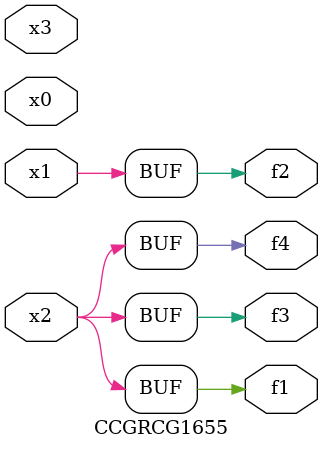
<source format=v>
module CCGRCG1655(
	input x0, x1, x2, x3,
	output f1, f2, f3, f4
);
	assign f1 = x2;
	assign f2 = x1;
	assign f3 = x2;
	assign f4 = x2;
endmodule

</source>
